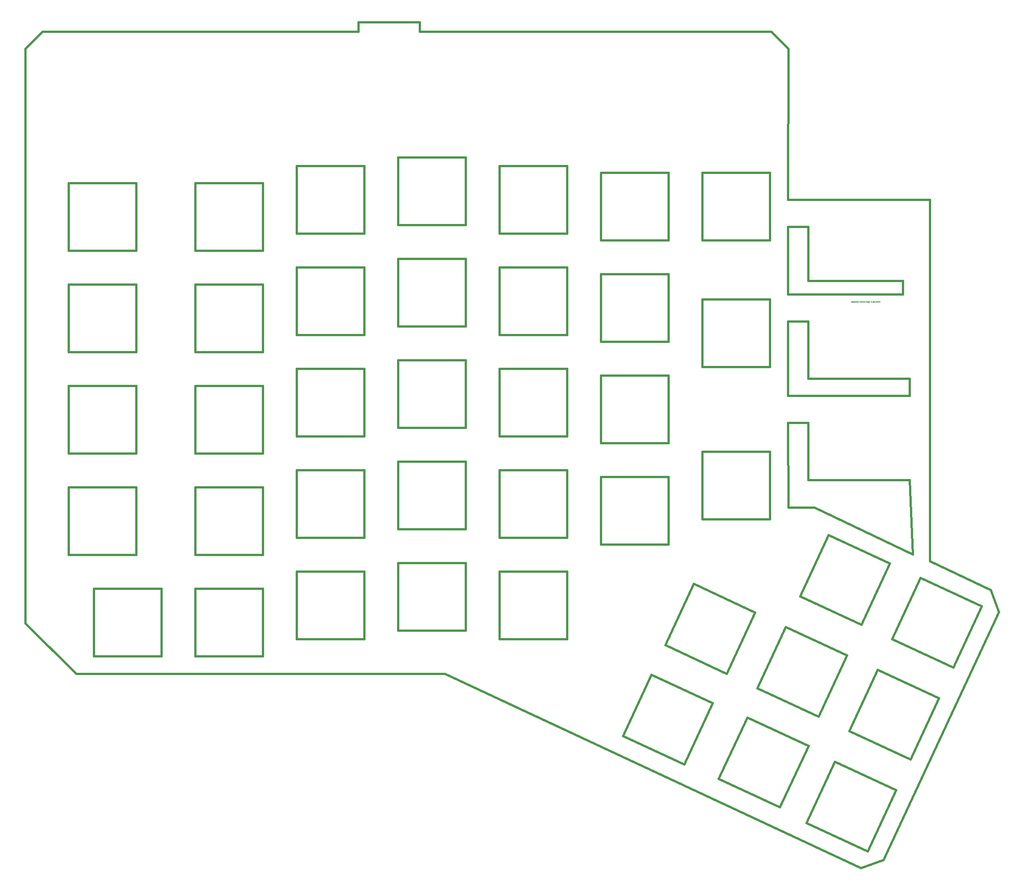
<source format=gbr>
%TF.GenerationSoftware,KiCad,Pcbnew,5.1.7*%
%TF.CreationDate,2020-10-12T11:44:49-07:00*%
%TF.ProjectId,ErgoDOX_left,4572676f-444f-4585-9f6c-6566742e6b69,2.0.0*%
%TF.SameCoordinates,Original*%
%TF.FileFunction,Other,Comment*%
%FSLAX46Y46*%
G04 Gerber Fmt 4.6, Leading zero omitted, Abs format (unit mm)*
G04 Created by KiCad (PCBNEW 5.1.7) date 2020-10-12 11:44:49*
%MOMM*%
%LPD*%
G01*
G04 APERTURE LIST*
%TA.AperFunction,Profile*%
%ADD10C,0.381000*%
%TD*%
%ADD11C,0.381000*%
%ADD12C,0.002000*%
G04 APERTURE END LIST*
D10*
X164846000Y-93218000D02*
X164941000Y-109166000D01*
X164846000Y-74168000D02*
X164846000Y-88138000D01*
X164846000Y-56388000D02*
X164846000Y-69088000D01*
X168656000Y-56388000D02*
X164846000Y-56388000D01*
X187706000Y-104013000D02*
X188341000Y-117983000D01*
X168656000Y-104013000D02*
X187706000Y-104013000D01*
X168656000Y-93218000D02*
X168656000Y-104013000D01*
X164846000Y-93218000D02*
X168656000Y-93218000D01*
X187706000Y-88138000D02*
X164846000Y-88138000D01*
X187706000Y-84963000D02*
X187706000Y-88138000D01*
X168656000Y-84963000D02*
X187706000Y-84963000D01*
X168656000Y-74168000D02*
X168656000Y-84963000D01*
X164846000Y-74168000D02*
X168656000Y-74168000D01*
X186436000Y-69088000D02*
X164846000Y-69088000D01*
X186436000Y-66548000D02*
X186436000Y-69088000D01*
X168656000Y-66548000D02*
X186436000Y-66548000D01*
X168656000Y-56388000D02*
X168656000Y-66548000D01*
X164846000Y-51308000D02*
X164941000Y-22933000D01*
X168656000Y-51308000D02*
X164846000Y-51308000D01*
X169843200Y-109166000D02*
X188341000Y-117983000D01*
X191516000Y-119253000D02*
X202934320Y-124596500D01*
X191516000Y-51308000D02*
X191516000Y-119253000D01*
X168656000Y-51308000D02*
X191516000Y-51308000D01*
X21634200Y-22933000D02*
X21634200Y-130883000D01*
X137431000Y-19758000D02*
X134031000Y-19758000D01*
X137431000Y-19758000D02*
X149675600Y-19758000D01*
X132505200Y-19758000D02*
X134031000Y-19758000D01*
X24809200Y-19758000D02*
X84143600Y-19758000D01*
X84143600Y-17980000D02*
X95649800Y-17980000D01*
X84143600Y-19758000D02*
X84143600Y-17980000D01*
X95649800Y-17980000D02*
X95649800Y-19758000D01*
X95649800Y-19758000D02*
X132505200Y-19758000D01*
X149675600Y-19758000D02*
X161740600Y-19758000D01*
X161740600Y-19758000D02*
X164941000Y-22933000D01*
X100399600Y-140408000D02*
X31159200Y-140408000D01*
X31159200Y-140408000D02*
X21634200Y-130883000D01*
X21634200Y-22933000D02*
X24809200Y-19758000D01*
X164941000Y-109166000D02*
X169843200Y-109166000D01*
X202934320Y-124596500D02*
X204471020Y-128815440D01*
X204471020Y-128815440D02*
X182787040Y-175317760D01*
X182787040Y-175317760D02*
X178568100Y-176851920D01*
X178568100Y-176851920D02*
X100399600Y-140408000D01*
D11*
%TO.C,SW1:9*%
X123412000Y-133848000D02*
X110712000Y-133848000D01*
X110712000Y-133848000D02*
X110712000Y-121148000D01*
X110712000Y-121148000D02*
X123412000Y-121148000D01*
X123412000Y-121148000D02*
X123412000Y-133848000D01*
%TO.C,SW5:13*%
X42449500Y-60855200D02*
X29749500Y-60855200D01*
X29749500Y-60855200D02*
X29749500Y-48155200D01*
X29749500Y-48155200D02*
X42449500Y-48155200D01*
X42449500Y-48155200D02*
X42449500Y-60855200D01*
%TO.C,SX1:7*%
X170608308Y-148422500D02*
X159098200Y-143055248D01*
X159098200Y-143055248D02*
X164465452Y-131545140D01*
X164465452Y-131545140D02*
X175975560Y-136912392D01*
X175975560Y-136912392D02*
X170608308Y-148422500D01*
%TO.C,SW3:13*%
X42449500Y-98952660D02*
X29749500Y-98952660D01*
X29749500Y-98952660D02*
X29749500Y-86252660D01*
X29749500Y-86252660D02*
X42449500Y-86252660D01*
X42449500Y-86252660D02*
X42449500Y-98952660D01*
%TO.C,SW2:9*%
X123412000Y-114827660D02*
X110712000Y-114827660D01*
X110712000Y-114827660D02*
X110712000Y-102127660D01*
X110712000Y-102127660D02*
X123412000Y-102127660D01*
X123412000Y-102127660D02*
X123412000Y-114827660D01*
%TO.C,SW2:10*%
X104362000Y-113230000D02*
X91662000Y-113230000D01*
X91662000Y-113230000D02*
X91662000Y-100530000D01*
X91662000Y-100530000D02*
X104362000Y-100530000D01*
X104362000Y-100530000D02*
X104362000Y-113230000D01*
%TO.C,SW3:9*%
X123412000Y-95777660D02*
X110712000Y-95777660D01*
X110712000Y-95777660D02*
X110712000Y-83077660D01*
X110712000Y-83077660D02*
X123412000Y-83077660D01*
X123412000Y-83077660D02*
X123412000Y-95777660D01*
%TO.C,SW2:11*%
X85312000Y-114827660D02*
X72612000Y-114827660D01*
X72612000Y-114827660D02*
X72612000Y-102127660D01*
X72612000Y-102127660D02*
X85312000Y-102127660D01*
X85312000Y-102127660D02*
X85312000Y-114827660D01*
%TO.C,SW3:10*%
X104362000Y-94180000D02*
X91662000Y-94180000D01*
X91662000Y-94180000D02*
X91662000Y-81480000D01*
X91662000Y-81480000D02*
X104362000Y-81480000D01*
X104362000Y-81480000D02*
X104362000Y-94180000D01*
%TO.C,SW3:11*%
X85312000Y-95777660D02*
X72612000Y-95777660D01*
X72612000Y-95777660D02*
X72612000Y-83077660D01*
X72612000Y-83077660D02*
X85312000Y-83077660D01*
X85312000Y-83077660D02*
X85312000Y-95777660D01*
%TO.C,SW1:11*%
X85312000Y-133848000D02*
X72612000Y-133848000D01*
X72612000Y-133848000D02*
X72612000Y-121148000D01*
X72612000Y-121148000D02*
X85312000Y-121148000D01*
X85312000Y-121148000D02*
X85312000Y-133848000D01*
%TO.C,SW1:10*%
X104362000Y-132280000D02*
X91662000Y-132280000D01*
X91662000Y-132280000D02*
X91662000Y-119580000D01*
X91662000Y-119580000D02*
X104362000Y-119580000D01*
X104362000Y-119580000D02*
X104362000Y-132280000D01*
%TO.C,SX1:8*%
X153343928Y-140370700D02*
X141833820Y-135003448D01*
X141833820Y-135003448D02*
X147201072Y-123493340D01*
X147201072Y-123493340D02*
X158711180Y-128860592D01*
X158711180Y-128860592D02*
X153343928Y-140370700D01*
%TO.C,SW5:12*%
X66262000Y-60855200D02*
X53562000Y-60855200D01*
X53562000Y-60855200D02*
X53562000Y-48155200D01*
X53562000Y-48155200D02*
X66262000Y-48155200D01*
X66262000Y-48155200D02*
X66262000Y-60855200D01*
%TO.C,SW5:11*%
X85312000Y-57677660D02*
X72612000Y-57677660D01*
X72612000Y-57677660D02*
X72612000Y-44977660D01*
X72612000Y-44977660D02*
X85312000Y-44977660D01*
X85312000Y-44977660D02*
X85312000Y-57677660D01*
%TO.C,SW5:10*%
X104362000Y-56080000D02*
X91662000Y-56080000D01*
X91662000Y-56080000D02*
X91662000Y-43380000D01*
X91662000Y-43380000D02*
X104362000Y-43380000D01*
X104362000Y-43380000D02*
X104362000Y-56080000D01*
%TO.C,SW5:9*%
X123412000Y-57677660D02*
X110712000Y-57677660D01*
X110712000Y-57677660D02*
X110712000Y-44977660D01*
X110712000Y-44977660D02*
X123412000Y-44977660D01*
X123412000Y-44977660D02*
X123412000Y-57677660D01*
%TO.C,SW5:8*%
X142462000Y-58950200D02*
X129762000Y-58950200D01*
X129762000Y-58950200D02*
X129762000Y-46250200D01*
X129762000Y-46250200D02*
X142462000Y-46250200D01*
X142462000Y-46250200D02*
X142462000Y-58950200D01*
%TO.C,SW5:7*%
X161512000Y-58950200D02*
X148812000Y-58950200D01*
X148812000Y-58950200D02*
X148812000Y-46250200D01*
X148812000Y-46250200D02*
X161512000Y-46250200D01*
X161512000Y-46250200D02*
X161512000Y-58950200D01*
%TO.C,SW4:13*%
X42449500Y-79902660D02*
X29749500Y-79902660D01*
X29749500Y-79902660D02*
X29749500Y-67202660D01*
X29749500Y-67202660D02*
X42449500Y-67202660D01*
X42449500Y-67202660D02*
X42449500Y-79902660D01*
%TO.C,SW4:12*%
X66262000Y-79902660D02*
X53562000Y-79902660D01*
X53562000Y-79902660D02*
X53562000Y-67202660D01*
X53562000Y-67202660D02*
X66262000Y-67202660D01*
X66262000Y-67202660D02*
X66262000Y-79902660D01*
%TO.C,SW4:11*%
X85312000Y-76727660D02*
X72612000Y-76727660D01*
X72612000Y-76727660D02*
X72612000Y-64027660D01*
X72612000Y-64027660D02*
X85312000Y-64027660D01*
X85312000Y-64027660D02*
X85312000Y-76727660D01*
%TO.C,SW4:10*%
X104362000Y-75130000D02*
X91662000Y-75130000D01*
X91662000Y-75130000D02*
X91662000Y-62430000D01*
X91662000Y-62430000D02*
X104362000Y-62430000D01*
X104362000Y-62430000D02*
X104362000Y-75130000D01*
%TO.C,SW4:9*%
X123412000Y-76727660D02*
X110712000Y-76727660D01*
X110712000Y-76727660D02*
X110712000Y-64027660D01*
X110712000Y-64027660D02*
X123412000Y-64027660D01*
X123412000Y-64027660D02*
X123412000Y-76727660D01*
%TO.C,SW4:8*%
X142462000Y-77997660D02*
X129762000Y-77997660D01*
X129762000Y-77997660D02*
X129762000Y-65297660D01*
X129762000Y-65297660D02*
X142462000Y-65297660D01*
X142462000Y-65297660D02*
X142462000Y-77997660D01*
%TO.C,SW4:7*%
X161512000Y-70060160D02*
X161512000Y-82760160D01*
X161512000Y-82760160D02*
X148812000Y-82760160D01*
X148812000Y-82760160D02*
X148812000Y-70060160D01*
X148812000Y-70060160D02*
X161512000Y-70060160D01*
%TO.C,SW3:12*%
X66262000Y-98952660D02*
X53562000Y-98952660D01*
X53562000Y-98952660D02*
X53562000Y-86252660D01*
X53562000Y-86252660D02*
X66262000Y-86252660D01*
X66262000Y-86252660D02*
X66262000Y-98952660D01*
%TO.C,SW3:8*%
X142462000Y-97047660D02*
X129762000Y-97047660D01*
X129762000Y-97047660D02*
X129762000Y-84347660D01*
X129762000Y-84347660D02*
X142462000Y-84347660D01*
X142462000Y-84347660D02*
X142462000Y-97047660D01*
%TO.C,SW2:13*%
X42449500Y-118002660D02*
X29749500Y-118002660D01*
X29749500Y-118002660D02*
X29749500Y-105302660D01*
X29749500Y-105302660D02*
X42449500Y-105302660D01*
X42449500Y-105302660D02*
X42449500Y-118002660D01*
%TO.C,SW2:12*%
X66262000Y-118002660D02*
X53562000Y-118002660D01*
X53562000Y-118002660D02*
X53562000Y-105302660D01*
X53562000Y-105302660D02*
X66262000Y-105302660D01*
X66262000Y-105302660D02*
X66262000Y-118002660D01*
%TO.C,SW2:8*%
X142462000Y-116097660D02*
X129762000Y-116097660D01*
X129762000Y-116097660D02*
X129762000Y-103397660D01*
X129762000Y-103397660D02*
X142462000Y-103397660D01*
X142462000Y-103397660D02*
X142462000Y-116097660D01*
%TO.C,SW2:7*%
X161512000Y-98635160D02*
X161512000Y-111335160D01*
X161512000Y-111335160D02*
X148812000Y-111335160D01*
X148812000Y-111335160D02*
X148812000Y-98635160D01*
X148812000Y-98635160D02*
X161512000Y-98635160D01*
%TO.C,SW1:13*%
X47212000Y-137052660D02*
X34512000Y-137052660D01*
X34512000Y-137052660D02*
X34512000Y-124352660D01*
X34512000Y-124352660D02*
X47212000Y-124352660D01*
X47212000Y-124352660D02*
X47212000Y-137052660D01*
%TO.C,SW1:12*%
X66262000Y-137052660D02*
X53562000Y-137052660D01*
X53562000Y-137052660D02*
X53562000Y-124352660D01*
X53562000Y-124352660D02*
X66262000Y-124352660D01*
X66262000Y-124352660D02*
X66262000Y-137052660D01*
%TO.C,SW0:12*%
X179823428Y-173738680D02*
X168313320Y-168371428D01*
X168313320Y-168371428D02*
X173680572Y-156861320D01*
X173680572Y-156861320D02*
X185190680Y-162228572D01*
X185190680Y-162228572D02*
X179823428Y-173738680D01*
%TO.C,SW0:11*%
X163347428Y-165436680D02*
X151837320Y-160069428D01*
X151837320Y-160069428D02*
X157204572Y-148559320D01*
X157204572Y-148559320D02*
X168714680Y-153926572D01*
X168714680Y-153926572D02*
X163347428Y-165436680D01*
%TO.C,SW0:10*%
X145347428Y-157436680D02*
X133837320Y-152069428D01*
X133837320Y-152069428D02*
X139204572Y-140559320D01*
X139204572Y-140559320D02*
X150714680Y-145926572D01*
X150714680Y-145926572D02*
X145347428Y-157436680D01*
%TO.C,SW0:9*%
X187875228Y-156471760D02*
X176365120Y-151104508D01*
X176365120Y-151104508D02*
X181732372Y-139594400D01*
X181732372Y-139594400D02*
X193242480Y-144961652D01*
X193242480Y-144961652D02*
X187875228Y-156471760D01*
%TO.C,SW0:8*%
X178660108Y-131158120D02*
X167150000Y-125790868D01*
X167150000Y-125790868D02*
X172517252Y-114280760D01*
X172517252Y-114280760D02*
X184027360Y-119648012D01*
X184027360Y-119648012D02*
X178660108Y-131158120D01*
%TO.C,SW0:7*%
X195924488Y-139207380D02*
X184414380Y-133840128D01*
X184414380Y-133840128D02*
X189781632Y-122330020D01*
X189781632Y-122330020D02*
X201291740Y-127697272D01*
X201291740Y-127697272D02*
X195924488Y-139207380D01*
%TD*%
%TO.C,J103*%
D12*
X176830166Y-70543357D02*
X176824119Y-70549404D01*
X176805976Y-70555452D01*
X176793880Y-70555452D01*
X176775738Y-70549404D01*
X176763642Y-70537309D01*
X176757595Y-70525214D01*
X176751547Y-70501023D01*
X176751547Y-70482880D01*
X176757595Y-70458690D01*
X176763642Y-70446595D01*
X176775738Y-70434500D01*
X176793880Y-70428452D01*
X176805976Y-70428452D01*
X176824119Y-70434500D01*
X176830166Y-70440547D01*
X176902738Y-70555452D02*
X176890642Y-70549404D01*
X176884595Y-70543357D01*
X176878547Y-70531261D01*
X176878547Y-70494976D01*
X176884595Y-70482880D01*
X176890642Y-70476833D01*
X176902738Y-70470785D01*
X176920880Y-70470785D01*
X176932976Y-70476833D01*
X176939023Y-70482880D01*
X176945071Y-70494976D01*
X176945071Y-70531261D01*
X176939023Y-70543357D01*
X176932976Y-70549404D01*
X176920880Y-70555452D01*
X176902738Y-70555452D01*
X176999500Y-70470785D02*
X176999500Y-70597785D01*
X176999500Y-70476833D02*
X177011595Y-70470785D01*
X177035785Y-70470785D01*
X177047880Y-70476833D01*
X177053928Y-70482880D01*
X177059976Y-70494976D01*
X177059976Y-70531261D01*
X177053928Y-70543357D01*
X177047880Y-70549404D01*
X177035785Y-70555452D01*
X177011595Y-70555452D01*
X176999500Y-70549404D01*
X177102309Y-70470785D02*
X177132547Y-70555452D01*
X177162785Y-70470785D02*
X177132547Y-70555452D01*
X177120452Y-70585690D01*
X177114404Y-70591738D01*
X177102309Y-70597785D01*
X177211166Y-70555452D02*
X177211166Y-70470785D01*
X177211166Y-70494976D02*
X177217214Y-70482880D01*
X177223261Y-70476833D01*
X177235357Y-70470785D01*
X177247452Y-70470785D01*
X177289785Y-70555452D02*
X177289785Y-70470785D01*
X177289785Y-70428452D02*
X177283738Y-70434500D01*
X177289785Y-70440547D01*
X177295833Y-70434500D01*
X177289785Y-70428452D01*
X177289785Y-70440547D01*
X177404690Y-70470785D02*
X177404690Y-70573595D01*
X177398642Y-70585690D01*
X177392595Y-70591738D01*
X177380500Y-70597785D01*
X177362357Y-70597785D01*
X177350261Y-70591738D01*
X177404690Y-70549404D02*
X177392595Y-70555452D01*
X177368404Y-70555452D01*
X177356309Y-70549404D01*
X177350261Y-70543357D01*
X177344214Y-70531261D01*
X177344214Y-70494976D01*
X177350261Y-70482880D01*
X177356309Y-70476833D01*
X177368404Y-70470785D01*
X177392595Y-70470785D01*
X177404690Y-70476833D01*
X177465166Y-70555452D02*
X177465166Y-70428452D01*
X177519595Y-70555452D02*
X177519595Y-70488928D01*
X177513547Y-70476833D01*
X177501452Y-70470785D01*
X177483309Y-70470785D01*
X177471214Y-70476833D01*
X177465166Y-70482880D01*
X177561928Y-70470785D02*
X177610309Y-70470785D01*
X177580071Y-70428452D02*
X177580071Y-70537309D01*
X177586119Y-70549404D01*
X177598214Y-70555452D01*
X177610309Y-70555452D01*
X177743357Y-70440547D02*
X177749404Y-70434500D01*
X177761500Y-70428452D01*
X177791738Y-70428452D01*
X177803833Y-70434500D01*
X177809880Y-70440547D01*
X177815928Y-70452642D01*
X177815928Y-70464738D01*
X177809880Y-70482880D01*
X177737309Y-70555452D01*
X177815928Y-70555452D01*
X177894547Y-70428452D02*
X177906642Y-70428452D01*
X177918738Y-70434500D01*
X177924785Y-70440547D01*
X177930833Y-70452642D01*
X177936880Y-70476833D01*
X177936880Y-70507071D01*
X177930833Y-70531261D01*
X177924785Y-70543357D01*
X177918738Y-70549404D01*
X177906642Y-70555452D01*
X177894547Y-70555452D01*
X177882452Y-70549404D01*
X177876404Y-70543357D01*
X177870357Y-70531261D01*
X177864309Y-70507071D01*
X177864309Y-70476833D01*
X177870357Y-70452642D01*
X177876404Y-70440547D01*
X177882452Y-70434500D01*
X177894547Y-70428452D01*
X178057833Y-70555452D02*
X177985261Y-70555452D01*
X178021547Y-70555452D02*
X178021547Y-70428452D01*
X178009452Y-70446595D01*
X177997357Y-70458690D01*
X177985261Y-70464738D01*
X178166690Y-70428452D02*
X178142500Y-70428452D01*
X178130404Y-70434500D01*
X178124357Y-70440547D01*
X178112261Y-70458690D01*
X178106214Y-70482880D01*
X178106214Y-70531261D01*
X178112261Y-70543357D01*
X178118309Y-70549404D01*
X178130404Y-70555452D01*
X178154595Y-70555452D01*
X178166690Y-70549404D01*
X178172738Y-70543357D01*
X178178785Y-70531261D01*
X178178785Y-70501023D01*
X178172738Y-70488928D01*
X178166690Y-70482880D01*
X178154595Y-70476833D01*
X178130404Y-70476833D01*
X178118309Y-70482880D01*
X178112261Y-70488928D01*
X178106214Y-70501023D01*
X178323928Y-70519166D02*
X178384404Y-70519166D01*
X178311833Y-70555452D02*
X178354166Y-70428452D01*
X178396500Y-70555452D01*
X178493261Y-70549404D02*
X178481166Y-70555452D01*
X178456976Y-70555452D01*
X178444880Y-70549404D01*
X178438833Y-70543357D01*
X178432785Y-70531261D01*
X178432785Y-70494976D01*
X178438833Y-70482880D01*
X178444880Y-70476833D01*
X178456976Y-70470785D01*
X178481166Y-70470785D01*
X178493261Y-70476833D01*
X178602119Y-70549404D02*
X178590023Y-70555452D01*
X178565833Y-70555452D01*
X178553738Y-70549404D01*
X178547690Y-70543357D01*
X178541642Y-70531261D01*
X178541642Y-70494976D01*
X178547690Y-70482880D01*
X178553738Y-70476833D01*
X178565833Y-70470785D01*
X178590023Y-70470785D01*
X178602119Y-70476833D01*
X178704928Y-70549404D02*
X178692833Y-70555452D01*
X178668642Y-70555452D01*
X178656547Y-70549404D01*
X178650500Y-70537309D01*
X178650500Y-70488928D01*
X178656547Y-70476833D01*
X178668642Y-70470785D01*
X178692833Y-70470785D01*
X178704928Y-70476833D01*
X178710976Y-70488928D01*
X178710976Y-70501023D01*
X178650500Y-70513119D01*
X178783547Y-70555452D02*
X178771452Y-70549404D01*
X178765404Y-70537309D01*
X178765404Y-70428452D01*
X178880309Y-70549404D02*
X178868214Y-70555452D01*
X178844023Y-70555452D01*
X178831928Y-70549404D01*
X178825880Y-70537309D01*
X178825880Y-70488928D01*
X178831928Y-70476833D01*
X178844023Y-70470785D01*
X178868214Y-70470785D01*
X178880309Y-70476833D01*
X178886357Y-70488928D01*
X178886357Y-70501023D01*
X178825880Y-70513119D01*
X178940785Y-70555452D02*
X178940785Y-70470785D01*
X178940785Y-70494976D02*
X178946833Y-70482880D01*
X178952880Y-70476833D01*
X178964976Y-70470785D01*
X178977071Y-70470785D01*
X179073833Y-70555452D02*
X179073833Y-70488928D01*
X179067785Y-70476833D01*
X179055690Y-70470785D01*
X179031500Y-70470785D01*
X179019404Y-70476833D01*
X179073833Y-70549404D02*
X179061738Y-70555452D01*
X179031500Y-70555452D01*
X179019404Y-70549404D01*
X179013357Y-70537309D01*
X179013357Y-70525214D01*
X179019404Y-70513119D01*
X179031500Y-70507071D01*
X179061738Y-70507071D01*
X179073833Y-70501023D01*
X179116166Y-70470785D02*
X179164547Y-70470785D01*
X179134309Y-70428452D02*
X179134309Y-70537309D01*
X179140357Y-70549404D01*
X179152452Y-70555452D01*
X179164547Y-70555452D01*
X179255261Y-70549404D02*
X179243166Y-70555452D01*
X179218976Y-70555452D01*
X179206880Y-70549404D01*
X179200833Y-70537309D01*
X179200833Y-70488928D01*
X179206880Y-70476833D01*
X179218976Y-70470785D01*
X179243166Y-70470785D01*
X179255261Y-70476833D01*
X179261309Y-70488928D01*
X179261309Y-70501023D01*
X179200833Y-70513119D01*
X179370166Y-70555452D02*
X179370166Y-70428452D01*
X179370166Y-70549404D02*
X179358071Y-70555452D01*
X179333880Y-70555452D01*
X179321785Y-70549404D01*
X179315738Y-70543357D01*
X179309690Y-70531261D01*
X179309690Y-70494976D01*
X179315738Y-70482880D01*
X179321785Y-70476833D01*
X179333880Y-70470785D01*
X179358071Y-70470785D01*
X179370166Y-70476833D01*
X179527404Y-70555452D02*
X179527404Y-70428452D01*
X179557642Y-70428452D01*
X179575785Y-70434500D01*
X179587880Y-70446595D01*
X179593928Y-70458690D01*
X179599976Y-70482880D01*
X179599976Y-70501023D01*
X179593928Y-70525214D01*
X179587880Y-70537309D01*
X179575785Y-70549404D01*
X179557642Y-70555452D01*
X179527404Y-70555452D01*
X179702785Y-70549404D02*
X179690690Y-70555452D01*
X179666500Y-70555452D01*
X179654404Y-70549404D01*
X179648357Y-70537309D01*
X179648357Y-70488928D01*
X179654404Y-70476833D01*
X179666500Y-70470785D01*
X179690690Y-70470785D01*
X179702785Y-70476833D01*
X179708833Y-70488928D01*
X179708833Y-70501023D01*
X179648357Y-70513119D01*
X179757214Y-70549404D02*
X179769309Y-70555452D01*
X179793500Y-70555452D01*
X179805595Y-70549404D01*
X179811642Y-70537309D01*
X179811642Y-70531261D01*
X179805595Y-70519166D01*
X179793500Y-70513119D01*
X179775357Y-70513119D01*
X179763261Y-70507071D01*
X179757214Y-70494976D01*
X179757214Y-70488928D01*
X179763261Y-70476833D01*
X179775357Y-70470785D01*
X179793500Y-70470785D01*
X179805595Y-70476833D01*
X179866071Y-70555452D02*
X179866071Y-70470785D01*
X179866071Y-70428452D02*
X179860023Y-70434500D01*
X179866071Y-70440547D01*
X179872119Y-70434500D01*
X179866071Y-70428452D01*
X179866071Y-70440547D01*
X179980976Y-70470785D02*
X179980976Y-70573595D01*
X179974928Y-70585690D01*
X179968880Y-70591738D01*
X179956785Y-70597785D01*
X179938642Y-70597785D01*
X179926547Y-70591738D01*
X179980976Y-70549404D02*
X179968880Y-70555452D01*
X179944690Y-70555452D01*
X179932595Y-70549404D01*
X179926547Y-70543357D01*
X179920500Y-70531261D01*
X179920500Y-70494976D01*
X179926547Y-70482880D01*
X179932595Y-70476833D01*
X179944690Y-70470785D01*
X179968880Y-70470785D01*
X179980976Y-70476833D01*
X180041452Y-70470785D02*
X180041452Y-70555452D01*
X180041452Y-70482880D02*
X180047500Y-70476833D01*
X180059595Y-70470785D01*
X180077738Y-70470785D01*
X180089833Y-70476833D01*
X180095880Y-70488928D01*
X180095880Y-70555452D01*
X180150309Y-70549404D02*
X180162404Y-70555452D01*
X180186595Y-70555452D01*
X180198690Y-70549404D01*
X180204738Y-70537309D01*
X180204738Y-70531261D01*
X180198690Y-70519166D01*
X180186595Y-70513119D01*
X180168452Y-70513119D01*
X180156357Y-70507071D01*
X180150309Y-70494976D01*
X180150309Y-70488928D01*
X180156357Y-70476833D01*
X180168452Y-70470785D01*
X180186595Y-70470785D01*
X180198690Y-70476833D01*
X180259166Y-70543357D02*
X180265214Y-70549404D01*
X180259166Y-70555452D01*
X180253119Y-70549404D01*
X180259166Y-70543357D01*
X180259166Y-70555452D01*
X180410357Y-70519166D02*
X180470833Y-70519166D01*
X180398261Y-70555452D02*
X180440595Y-70428452D01*
X180482928Y-70555452D01*
X180543404Y-70555452D02*
X180531309Y-70549404D01*
X180525261Y-70537309D01*
X180525261Y-70428452D01*
X180609928Y-70555452D02*
X180597833Y-70549404D01*
X180591785Y-70537309D01*
X180591785Y-70428452D01*
X180755071Y-70555452D02*
X180755071Y-70470785D01*
X180755071Y-70494976D02*
X180761119Y-70482880D01*
X180767166Y-70476833D01*
X180779261Y-70470785D01*
X180791357Y-70470785D01*
X180833690Y-70555452D02*
X180833690Y-70470785D01*
X180833690Y-70428452D02*
X180827642Y-70434500D01*
X180833690Y-70440547D01*
X180839738Y-70434500D01*
X180833690Y-70428452D01*
X180833690Y-70440547D01*
X180948595Y-70470785D02*
X180948595Y-70573595D01*
X180942547Y-70585690D01*
X180936500Y-70591738D01*
X180924404Y-70597785D01*
X180906261Y-70597785D01*
X180894166Y-70591738D01*
X180948595Y-70549404D02*
X180936500Y-70555452D01*
X180912309Y-70555452D01*
X180900214Y-70549404D01*
X180894166Y-70543357D01*
X180888119Y-70531261D01*
X180888119Y-70494976D01*
X180894166Y-70482880D01*
X180900214Y-70476833D01*
X180912309Y-70470785D01*
X180936500Y-70470785D01*
X180948595Y-70476833D01*
X181009071Y-70555452D02*
X181009071Y-70428452D01*
X181063500Y-70555452D02*
X181063500Y-70488928D01*
X181057452Y-70476833D01*
X181045357Y-70470785D01*
X181027214Y-70470785D01*
X181015119Y-70476833D01*
X181009071Y-70482880D01*
X181105833Y-70470785D02*
X181154214Y-70470785D01*
X181123976Y-70428452D02*
X181123976Y-70537309D01*
X181130023Y-70549404D01*
X181142119Y-70555452D01*
X181154214Y-70555452D01*
X181190500Y-70549404D02*
X181202595Y-70555452D01*
X181226785Y-70555452D01*
X181238880Y-70549404D01*
X181244928Y-70537309D01*
X181244928Y-70531261D01*
X181238880Y-70519166D01*
X181226785Y-70513119D01*
X181208642Y-70513119D01*
X181196547Y-70507071D01*
X181190500Y-70494976D01*
X181190500Y-70488928D01*
X181196547Y-70476833D01*
X181208642Y-70470785D01*
X181226785Y-70470785D01*
X181238880Y-70476833D01*
X181396119Y-70555452D02*
X181396119Y-70470785D01*
X181396119Y-70494976D02*
X181402166Y-70482880D01*
X181408214Y-70476833D01*
X181420309Y-70470785D01*
X181432404Y-70470785D01*
X181523119Y-70549404D02*
X181511023Y-70555452D01*
X181486833Y-70555452D01*
X181474738Y-70549404D01*
X181468690Y-70537309D01*
X181468690Y-70488928D01*
X181474738Y-70476833D01*
X181486833Y-70470785D01*
X181511023Y-70470785D01*
X181523119Y-70476833D01*
X181529166Y-70488928D01*
X181529166Y-70501023D01*
X181468690Y-70513119D01*
X181577547Y-70549404D02*
X181589642Y-70555452D01*
X181613833Y-70555452D01*
X181625928Y-70549404D01*
X181631976Y-70537309D01*
X181631976Y-70531261D01*
X181625928Y-70519166D01*
X181613833Y-70513119D01*
X181595690Y-70513119D01*
X181583595Y-70507071D01*
X181577547Y-70494976D01*
X181577547Y-70488928D01*
X181583595Y-70476833D01*
X181595690Y-70470785D01*
X181613833Y-70470785D01*
X181625928Y-70476833D01*
X181734785Y-70549404D02*
X181722690Y-70555452D01*
X181698500Y-70555452D01*
X181686404Y-70549404D01*
X181680357Y-70537309D01*
X181680357Y-70488928D01*
X181686404Y-70476833D01*
X181698500Y-70470785D01*
X181722690Y-70470785D01*
X181734785Y-70476833D01*
X181740833Y-70488928D01*
X181740833Y-70501023D01*
X181680357Y-70513119D01*
X181795261Y-70555452D02*
X181795261Y-70470785D01*
X181795261Y-70494976D02*
X181801309Y-70482880D01*
X181807357Y-70476833D01*
X181819452Y-70470785D01*
X181831547Y-70470785D01*
X181861785Y-70470785D02*
X181892023Y-70555452D01*
X181922261Y-70470785D01*
X182019023Y-70549404D02*
X182006928Y-70555452D01*
X181982738Y-70555452D01*
X181970642Y-70549404D01*
X181964595Y-70537309D01*
X181964595Y-70488928D01*
X181970642Y-70476833D01*
X181982738Y-70470785D01*
X182006928Y-70470785D01*
X182019023Y-70476833D01*
X182025071Y-70488928D01*
X182025071Y-70501023D01*
X181964595Y-70513119D01*
X182133928Y-70555452D02*
X182133928Y-70428452D01*
X182133928Y-70549404D02*
X182121833Y-70555452D01*
X182097642Y-70555452D01*
X182085547Y-70549404D01*
X182079500Y-70543357D01*
X182073452Y-70531261D01*
X182073452Y-70494976D01*
X182079500Y-70482880D01*
X182085547Y-70476833D01*
X182097642Y-70470785D01*
X182121833Y-70470785D01*
X182133928Y-70476833D01*
X182194404Y-70543357D02*
X182200452Y-70549404D01*
X182194404Y-70555452D01*
X182188357Y-70549404D01*
X182194404Y-70543357D01*
X182194404Y-70555452D01*
%TD*%
M02*

</source>
